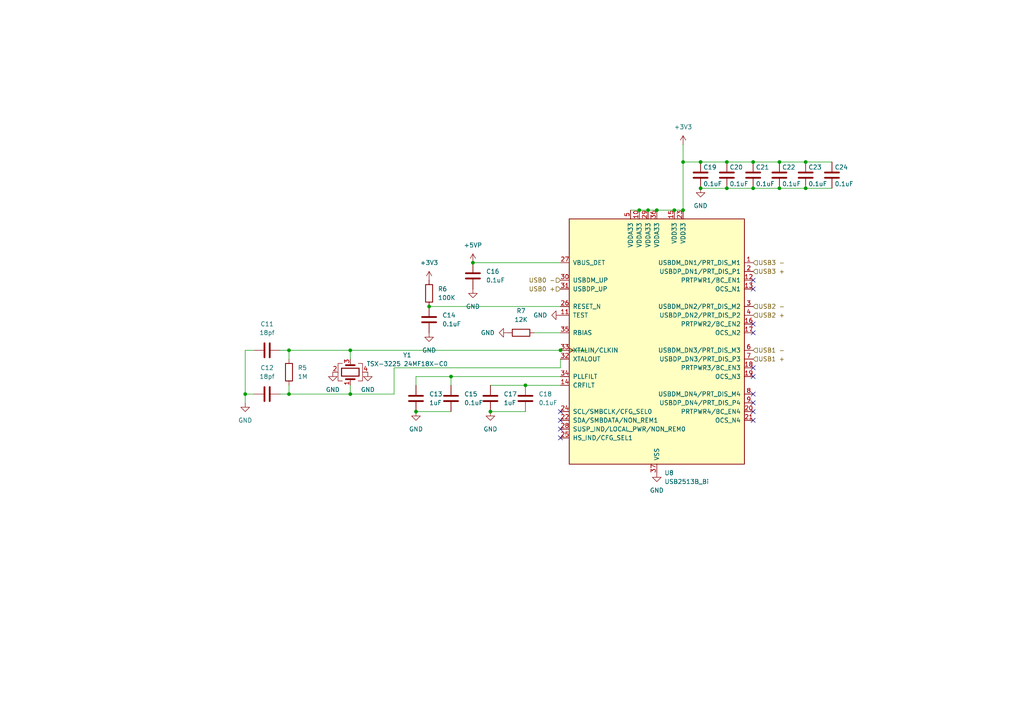
<source format=kicad_sch>
(kicad_sch (version 20250114) (generator "eeschema") (generator_version "9.0")
  (paper "A4")
  (lib_symbols
    (symbol "Device:C" (pin_numbers (hide yes)) (pin_names (offset 0.254))
      (property "Reference" "C" (at 0.635 2.54 0))
      (property "Value" "C" (at 0.635 -2.54 0))
      (symbol "C_0_1"
        (polyline (pts (xy -2.032 0.762) (xy 2.032 0.762)) (stroke (width 0.508)))
        (polyline (pts (xy -2.032 -0.762) (xy 2.032 -0.762)) (stroke (width 0.508)))
      )
      (symbol "C_1_1"
        (pin passive line (at 0 3.81 270) (length 2.794) (name "~") (number "1"))
        (pin passive line (at 0 -3.81 90) (length 2.794) (name "~") (number "2"))
      )
    )
    (symbol "Device:Crystal_GND24" (pin_names (offset 1.016) (hide yes))
      (property "Reference" "Y" (at 3.175 5.08 0))
      (property "Value" "Crystal_GND24" (at 3.175 3.175 0))
      (symbol "Crystal_GND24_0_1"
        (polyline (pts (xy -2.54 2.286) (xy -2.54 3.556) (xy 2.54 3.556) (xy 2.54 2.286)))
        (polyline (pts (xy -2.54 0) (xy -2.032 0)))
        (polyline (pts (xy -2.54 -2.286) (xy -2.54 -3.556) (xy 2.54 -3.556) (xy 2.54 -2.286)))
        (polyline (pts (xy -2.032 -1.27) (xy -2.032 1.27)) (stroke (width 0.508)))
        (rectangle (start -1.143 2.54) (end 1.143 -2.54) (stroke (width 0.3048)))
        (polyline (pts (xy 0 3.556) (xy 0 3.81)))
        (polyline (pts (xy 0 -3.81) (xy 0 -3.556)))
        (polyline (pts (xy 2.032 0) (xy 2.54 0)))
        (polyline (pts (xy 2.032 -1.27) (xy 2.032 1.27)) (stroke (width 0.508)))
      )
      (symbol "Crystal_GND24_1_1"
        (pin passive line (at -3.81 0 0) (length 1.27) (name "1") (number "1"))
        (pin passive line (at 0 5.08 270) (length 1.27) (name "2") (number "2"))
        (pin passive line (at 0 -5.08 90) (length 1.27) (name "4") (number "4"))
        (pin passive line (at 3.81 0 180) (length 1.27) (name "3") (number "3"))
      )
    )
    (symbol "Device:R" (pin_numbers (hide yes)) (pin_names (offset 0))
      (property "Reference" "R" (at 2.032 0 90))
      (property "Value" "R" (at 0 0 90))
      (symbol "R_0_1"
        (rectangle (start -1.016 -2.54) (end 1.016 2.54) (stroke (width 0.254)))
      )
      (symbol "R_1_1"
        (pin passive line (at 0 3.81 270) (length 1.27) (name "~") (number "1"))
        (pin passive line (at 0 -3.81 90) (length 1.27) (name "~") (number "2"))
      )
    )
    (symbol "Interface_USB:USB2514B_Bi" (pin_names (offset 1.016))
      (property "Reference" "U" (at -17.78 40.64 0))
      (property "Value" "USB2514B_Bi" (at -20.32 38.1 0))
      (symbol "USB2514B_Bi_0_1"
        (rectangle (start -25.4 35.56) (end 25.4 -35.56) (stroke (width 0.254)) (fill (type background)))
      )
      (symbol "USB2514B_Bi_1_1"
        (pin input line (at -27.94 22.86 0) (length 2.54) (name "VBUS_DET") (number "27"))
        (pin bidirectional line (at -27.94 17.78 0) (length 2.54) (name "USBDM_UP") (number "30"))
        (pin bidirectional line (at -27.94 15.24 0) (length 2.54) (name "USBDP_UP") (number "31"))
        (pin input line (at -27.94 10.16 0) (length 2.54) (name "RESET_N") (number "26"))
        (pin input line (at -27.94 7.62 0) (length 2.54) (name "TEST") (number "11"))
        (pin input line (at -27.94 2.54 0) (length 2.54) (name "RBIAS") (number "35"))
        (pin input clock (at -27.94 -2.54 0) (length 2.54) (name "XTALIN/CLKIN") (number "33"))
        (pin output line (at -27.94 -5.08 0) (length 2.54) (name "XTALOUT") (number "32"))
        (pin input line (at -27.94 -10.16 0) (length 2.54) (name "PLLFILT") (number "34"))
        (pin input line (at -27.94 -12.7 0) (length 2.54) (name "CRFILT") (number "14"))
        (pin bidirectional line (at -27.94 -20.32 0) (length 2.54) (name "SCL/SMBCLK/CFG_SEL0") (number "24"))
        (pin bidirectional line (at -27.94 -22.86 0) (length 2.54) (name "SDA/SMBDATA/NON_REM1") (number "22"))
        (pin bidirectional line (at -27.94 -25.4 0) (length 2.54) (name "SUSP_IND/LOCAL_PWR/NON_REM0") (number "28"))
        (pin bidirectional line (at -27.94 -27.94 0) (length 2.54) (name "HS_IND/CFG_SEL1") (number "25"))
        (pin power_in line (at -7.62 38.1 270) (length 2.54) (name "VDDA33") (number "5"))
        (pin power_in line (at -5.08 38.1 270) (length 2.54) (name "VDDA33") (number "10"))
        (pin power_in line (at -2.54 38.1 270) (length 2.54) (name "VDDA33") (number "29"))
        (pin power_in line (at 0 38.1 270) (length 2.54) (name "VDDA33") (number "36"))
        (pin power_in line (at 0 -38.1 90) (length 2.54) (name "VSS") (number "37"))
        (pin power_in line (at 5.08 38.1 270) (length 2.54) (name "VDD33") (number "15"))
        (pin power_in line (at 7.62 38.1 270) (length 2.54) (name "VDD33") (number "23"))
        (pin bidirectional line (at 27.94 22.86 180) (length 2.54) (name "USBDM_DN1/PRT_DIS_M1") (number "1"))
        (pin bidirectional line (at 27.94 20.32 180) (length 2.54) (name "USBDP_DN1/PRT_DIS_P1") (number "2"))
        (pin bidirectional line (at 27.94 17.78 180) (length 2.54) (name "PRTPWR1/BC_EN1") (number "12"))
        (pin input line (at 27.94 15.24 180) (length 2.54) (name "OCS_N1") (number "13"))
        (pin bidirectional line (at 27.94 10.16 180) (length 2.54) (name "USBDM_DN2/PRT_DIS_M2") (number "3"))
        (pin bidirectional line (at 27.94 7.62 180) (length 2.54) (name "USBDP_DN2/PRT_DIS_P2") (number "4"))
        (pin bidirectional line (at 27.94 5.08 180) (length 2.54) (name "PRTPWR2/BC_EN2") (number "16"))
        (pin input line (at 27.94 2.54 180) (length 2.54) (name "OCS_N2") (number "17"))
        (pin bidirectional line (at 27.94 -2.54 180) (length 2.54) (name "USBDM_DN3/PRT_DIS_M3") (number "6"))
        (pin bidirectional line (at 27.94 -5.08 180) (length 2.54) (name "USBDP_DN3/PRT_DIS_P3") (number "7"))
        (pin bidirectional line (at 27.94 -7.62 180) (length 2.54) (name "PRTPWR3/BC_EN3") (number "18"))
        (pin input line (at 27.94 -10.16 180) (length 2.54) (name "OCS_N3") (number "19"))
        (pin bidirectional line (at 27.94 -15.24 180) (length 2.54) (name "USBDM_DN4/PRT_DIS_M4") (number "8"))
        (pin bidirectional line (at 27.94 -17.78 180) (length 2.54) (name "USBDP_DN4/PRT_DIS_P4") (number "9"))
        (pin bidirectional line (at 27.94 -20.32 180) (length 2.54) (name "PRTPWR4/BC_EN4") (number "20"))
        (pin input line (at 27.94 -22.86 180) (length 2.54) (name "OCS_N4") (number "21"))
      )
    )
    (symbol "power:+3V3" (power) (pin_numbers (hide yes)) (pin_names (offset 0) (hide yes))
      (property "Value" "+3V3" (at 0 3.556 0))
      (symbol "+3V3_0_1"
        (polyline (pts (xy -0.762 1.27) (xy 0 2.54)))
        (polyline (pts (xy 0 2.54) (xy 0.762 1.27)))
        (polyline (pts (xy 0 0) (xy 0 2.54)))
      )
      (symbol "+3V3_1_1"
        (pin power_in line (at 0 0 90) (length 0) (name "~") (number "1"))
      )
    )
    (symbol "power:+5VP" (power) (pin_numbers (hide yes)) (pin_names (offset 0) (hide yes))
      (property "Value" "+5VP" (at 0 3.556 0))
      (symbol "+5VP_0_1"
        (polyline (pts (xy -0.762 1.27) (xy 0 2.54)))
        (polyline (pts (xy 0 2.54) (xy 0.762 1.27)))
        (polyline (pts (xy 0 0) (xy 0 2.54)))
      )
      (symbol "+5VP_1_1"
        (pin power_in line (at 0 0 90) (length 0) (name "~") (number "1"))
      )
    )
    (symbol "power:GND" (power) (pin_numbers (hide yes)) (pin_names (offset 0) (hide yes))
      (property "Value" "GND" (at 0 -3.81 0))
      (symbol "GND_0_1"
        (polyline (pts (xy 0 0) (xy 0 -1.27) (xy 1.27 -1.27) (xy 0 -2.54) (xy -1.27 -1.27) (xy 0 -1.27)))
      )
      (symbol "GND_1_1"
        (pin power_in line (at 0 0 270) (length 0) (name "~") (number "1"))
      )
    )
  )
  (junction (at 233.68 54.61))
  (junction (at 203.2 54.61))
  (junction (at 120.65 119.38))
  (junction (at 152.4 111.76))
  (junction (at 71.12 114.3))
  (junction (at 218.44 46.99))
  (junction (at 83.82 101.6))
  (junction (at 210.82 54.61))
  (junction (at 124.46 88.9))
  (junction (at 185.42 60.96))
  (junction (at 198.12 46.99))
  (junction (at 130.81 109.22))
  (junction (at 218.44 54.61))
  (junction (at 162.56 101.6))
  (junction (at 198.12 60.96))
  (junction (at 137.16 76.2))
  (junction (at 83.82 114.3))
  (junction (at 226.06 54.61))
  (junction (at 195.58 60.96))
  (junction (at 142.24 119.38))
  (junction (at 226.06 46.99))
  (junction (at 203.2 46.99))
  (junction (at 101.6 101.6))
  (junction (at 233.68 46.99))
  (junction (at 101.6 114.3))
  (junction (at 190.5 60.96))
  (junction (at 210.82 46.99))
  (junction (at 187.96 60.96))
  (no_connect (at 218.44 116.84))
  (no_connect (at 218.44 96.52))
  (no_connect (at 218.44 121.92))
  (no_connect (at 162.56 119.38))
  (no_connect (at 162.56 121.92))
  (no_connect (at 218.44 106.68))
  (no_connect (at 218.44 81.28))
  (no_connect (at 162.56 127))
  (no_connect (at 162.56 124.46))
  (no_connect (at 218.44 109.22))
  (no_connect (at 218.44 93.98))
  (no_connect (at 218.44 119.38))
  (no_connect (at 218.44 83.82))
  (no_connect (at 218.44 114.3))
  (wire (pts (xy 218.44 46.99) (xy 226.06 46.99)))
  (wire (pts (xy 142.24 111.76) (xy 152.4 111.76)))
  (wire (pts (xy 203.2 54.61) (xy 210.82 54.61)))
  (wire (pts (xy 83.82 114.3) (xy 81.28 114.3)))
  (wire (pts (xy 233.68 46.99) (xy 241.3 46.99)))
  (wire (pts (xy 101.6 101.6) (xy 101.6 104.14)))
  (wire (pts (xy 71.12 114.3) (xy 71.12 116.84)))
  (wire (pts (xy 83.82 111.76) (xy 83.82 114.3)))
  (wire (pts (xy 162.56 106.68) (xy 162.56 104.14)))
  (wire (pts (xy 120.65 119.38) (xy 130.81 119.38)))
  (wire (pts (xy 83.82 101.6) (xy 101.6 101.6)))
  (wire (pts (xy 83.82 114.3) (xy 101.6 114.3)))
  (wire (pts (xy 124.46 88.9) (xy 162.56 88.9)))
  (wire (pts (xy 81.28 101.6) (xy 83.82 101.6)))
  (wire (pts (xy 120.65 111.76) (xy 120.65 109.22)))
  (wire (pts (xy 101.6 114.3) (xy 114.3 114.3)))
  (wire (pts (xy 120.65 109.22) (xy 130.81 109.22)))
  (wire (pts (xy 210.82 54.61) (xy 218.44 54.61)))
  (wire (pts (xy 198.12 46.99) (xy 198.12 60.96)))
  (wire (pts (xy 101.6 111.76) (xy 101.6 114.3)))
  (wire (pts (xy 114.3 106.68) (xy 114.3 114.3)))
  (wire (pts (xy 195.58 60.96) (xy 198.12 60.96)))
  (wire (pts (xy 233.68 54.61) (xy 241.3 54.61)))
  (wire (pts (xy 154.94 96.52) (xy 162.56 96.52)))
  (wire (pts (xy 198.12 46.99) (xy 203.2 46.99)))
  (wire (pts (xy 203.2 46.99) (xy 210.82 46.99)))
  (wire (pts (xy 190.5 60.96) (xy 195.58 60.96)))
  (wire (pts (xy 130.81 109.22) (xy 130.81 111.76)))
  (wire (pts (xy 101.6 101.6) (xy 162.56 101.6)))
  (wire (pts (xy 218.44 54.61) (xy 226.06 54.61)))
  (wire (pts (xy 162.56 106.68) (xy 114.3 106.68)))
  (wire (pts (xy 83.82 101.6) (xy 83.82 104.14)))
  (wire (pts (xy 185.42 60.96) (xy 187.96 60.96)))
  (wire (pts (xy 162.56 109.22) (xy 130.81 109.22)))
  (wire (pts (xy 71.12 114.3) (xy 73.66 114.3)))
  (wire (pts (xy 137.16 76.2) (xy 162.56 76.2)))
  (wire (pts (xy 71.12 101.6) (xy 71.12 114.3)))
  (wire (pts (xy 226.06 46.99) (xy 233.68 46.99)))
  (wire (pts (xy 152.4 111.76) (xy 162.56 111.76)))
  (wire (pts (xy 185.42 60.96) (xy 182.88 60.96)))
  (wire (pts (xy 226.06 54.61) (xy 233.68 54.61)))
  (wire (pts (xy 210.82 46.99) (xy 218.44 46.99)))
  (wire (pts (xy 198.12 41.91) (xy 198.12 46.99)))
  (wire (pts (xy 187.96 60.96) (xy 190.5 60.96)))
  (wire (pts (xy 162.56 101.6) (xy 170.18 101.6)))
  (wire (pts (xy 142.24 119.38) (xy 152.4 119.38)))
  (wire (pts (xy 71.12 101.6) (xy 73.66 101.6)))
  (hierarchical_label "USB3 -" (shape input) (at 218.44 76.2 0))
  (hierarchical_label "USB2 -" (shape input) (at 218.44 88.9 0))
  (hierarchical_label "USB1 +" (shape input) (at 218.44 104.14 0))
  (hierarchical_label "USB0 +" (shape input) (at 162.56 83.82 180))
  (hierarchical_label "USB1 -" (shape input) (at 218.44 101.6 0))
  (hierarchical_label "USB0 -" (shape input) (at 162.56 81.28 180))
  (hierarchical_label "USB3 +" (shape input) (at 218.44 78.74 0))
  (hierarchical_label "USB2 +" (shape input) (at 218.44 91.44 0))
  (symbol (lib_id "Device:C") (at 77.47 101.6 90) (unit 1)
    (property "Reference" "C11" (at 77.47 93.98 90))
    (property "Value" "18pf" (at 77.47 96.52 90))
    (property "Footprint" "Capacitor_SMD:C_0402_1005Metric_Pad0.74x0.62mm_HandSolder" (effects (hide yes)))
    (property "Description" "Unpolarized capacitor" (effects (hide yes)))
  )
  (symbol (lib_id "Device:C") (at 130.81 115.57 0) (unit 1)
    (property "Reference" "C15" (at 134.62 114.2999 0) (effects (justify left)))
    (property "Value" "0.1uF" (at 134.62 116.8399 0) (effects (justify left)))
    (property "Footprint" "Capacitor_SMD:C_0402_1005Metric_Pad0.74x0.62mm_HandSolder" (effects (hide yes)))
    (property "Description" "Unpolarized capacitor" (effects (hide yes)))
  )
  (symbol (lib_id "Device:C") (at 226.06 50.8 0) (unit 1)
    (property "Reference" "C22" (at 226.822 48.514 0) (effects (justify left)))
    (property "Value" "0.1uF" (at 226.822 53.34 0) (effects (justify left)))
    (property "Footprint" "Capacitor_SMD:C_0402_1005Metric_Pad0.74x0.62mm_HandSolder" (effects (hide yes)))
    (property "Description" "Unpolarized capacitor" (effects (hide yes)))
  )
  (symbol (lib_id "Device:C") (at 218.44 50.8 0) (unit 1)
    (property "Reference" "C21" (at 219.202 48.514 0) (effects (justify left)))
    (property "Value" "0.1uF" (at 219.202 53.34 0) (effects (justify left)))
    (property "Footprint" "Capacitor_SMD:C_0402_1005Metric_Pad0.74x0.62mm_HandSolder" (effects (hide yes)))
    (property "Description" "Unpolarized capacitor" (effects (hide yes)))
  )
  (symbol (lib_id "power:GND") (at 137.16 83.82 0) (unit 1)
    (property "Reference" "#PWR061" (effects (hide yes)))
    (property "Value" "GND" (at 137.16 88.9 0))
    (property "Description" "Power symbol creates a global label with name \"GND\" , ground" (effects (hide yes)))
  )
  (symbol (lib_id "Device:C") (at 137.16 80.01 0) (unit 1)
    (property "Reference" "C16" (at 140.97 78.7399 0) (effects (justify left)))
    (property "Value" "0.1uF" (at 140.97 81.2799 0) (effects (justify left)))
    (property "Footprint" "Capacitor_SMD:C_0402_1005Metric_Pad0.74x0.62mm_HandSolder" (effects (hide yes)))
    (property "Description" "Unpolarized capacitor" (effects (hide yes)))
  )
  (symbol (lib_id "power:GND") (at 120.65 119.38 0) (unit 1)
    (property "Reference" "#PWR057" (effects (hide yes)))
    (property "Value" "GND" (at 120.65 124.46 0))
    (property "Description" "Power symbol creates a global label with name \"GND\" , ground" (effects (hide yes)))
  )
  (symbol (lib_id "Device:C") (at 241.3 50.8 0) (unit 1)
    (property "Reference" "C24" (at 242.062 48.514 0) (effects (justify left)))
    (property "Value" "0.1uF" (at 242.062 53.34 0) (effects (justify left)))
    (property "Footprint" "Capacitor_SMD:C_0402_1005Metric_Pad0.74x0.62mm_HandSolder" (effects (hide yes)))
    (property "Description" "Unpolarized capacitor" (effects (hide yes)))
  )
  (symbol (lib_id "power:GND") (at 71.12 116.84 0) (unit 1)
    (property "Reference" "#PWR054" (effects (hide yes)))
    (property "Value" "GND" (at 71.12 121.92 0))
    (property "Description" "Power symbol creates a global label with name \"GND\" , ground" (effects (hide yes)))
  )
  (symbol (lib_id "power:GND") (at 106.68 107.95 0) (unit 1)
    (property "Reference" "#PWR056" (effects (hide yes)))
    (property "Value" "GND" (at 106.68 113.03 0))
    (property "Description" "Power symbol creates a global label with name \"GND\" , ground" (effects (hide yes)))
  )
  (symbol (lib_id "power:GND") (at 124.46 96.52 0) (unit 1)
    (property "Reference" "#PWR059" (effects (hide yes)))
    (property "Value" "GND" (at 124.46 101.6 0))
    (property "Description" "Power symbol creates a global label with name \"GND\" , ground" (effects (hide yes)))
  )
  (symbol (lib_id "Device:R") (at 83.82 107.95 180) (unit 1)
    (property "Reference" "R5" (at 86.36 106.6799 0) (effects (justify right)))
    (property "Value" "1M" (at 86.36 109.2199 0) (effects (justify right)))
    (property "Footprint" "Resistor_SMD:R_0402_1005Metric_Pad0.72x0.64mm_HandSolder" (effects (hide yes)))
    (property "Description" "Resistor" (effects (hide yes)))
  )
  (symbol (lib_id "power:GND") (at 162.56 91.44 270) (unit 1)
    (property "Reference" "#PWR064" (effects (hide yes)))
    (property "Value" "GND" (at 158.75 91.4399 90) (effects (justify right)))
    (property "Description" "Power symbol creates a global label with name \"GND\" , ground" (effects (hide yes)))
  )
  (symbol (lib_id "power:GND") (at 203.2 54.61 0) (unit 1)
    (property "Reference" "#PWR067" (effects (hide yes)))
    (property "Value" "GND" (at 203.2 59.69 0))
    (property "Description" "Power symbol creates a global label with name \"GND\" , ground" (effects (hide yes)))
  )
  (symbol (lib_id "Device:C") (at 203.2 50.8 0) (unit 1)
    (property "Reference" "C19" (at 203.962 48.514 0) (effects (justify left)))
    (property "Value" "0.1uF" (at 203.962 53.34 0) (effects (justify left)))
    (property "Footprint" "Capacitor_SMD:C_0402_1005Metric_Pad0.74x0.62mm_HandSolder" (effects (hide yes)))
    (property "Description" "Unpolarized capacitor" (effects (hide yes)))
  )
  (symbol (lib_id "power:GND") (at 96.52 107.95 0) (unit 1)
    (property "Reference" "#PWR055" (effects (hide yes)))
    (property "Value" "GND" (at 96.52 113.03 0))
    (property "Description" "Power symbol creates a global label with name \"GND\" , ground" (effects (hide yes)))
  )
  (symbol (lib_id "power:GND") (at 147.32 96.52 270) (unit 1)
    (property "Reference" "#PWR063" (effects (hide yes)))
    (property "Value" "GND" (at 143.51 96.5199 90) (effects (justify right)))
    (property "Description" "Power symbol creates a global label with name \"GND\" , ground" (effects (hide yes)))
  )
  (symbol (lib_id "Device:Crystal_GND24") (at 101.6 107.95 90) (unit 1)
    (property "Reference" "Y1" (at 118.11 102.9968 90))
    (property "Value" "TSX-3225 24MF18X-C0" (at 118.11 105.5368 90))
    (property "Footprint" "Crystal:Crystal_SMD_SeikoEpson_TSX3225-4Pin_3.2x2.5mm_HandSoldering" (effects (hide yes)))
    (property "Description" "Four pin crystal, GND on pins 2 and 4" (effects (hide yes)))
  )
  (symbol (lib_id "Device:C") (at 233.68 50.8 0) (unit 1)
    (property "Reference" "C23" (at 234.442 48.514 0) (effects (justify left)))
    (property "Value" "0.1uF" (at 234.442 53.34 0) (effects (justify left)))
    (property "Footprint" "Capacitor_SMD:C_0402_1005Metric_Pad0.74x0.62mm_HandSolder" (effects (hide yes)))
    (property "Description" "Unpolarized capacitor" (effects (hide yes)))
  )
  (symbol (lib_id "Device:R") (at 124.46 85.09 180) (unit 1)
    (property "Reference" "R6" (at 127 83.8199 0) (effects (justify right)))
    (property "Value" "100K" (at 127 86.3599 0) (effects (justify right)))
    (property "Footprint" "Resistor_SMD:R_0402_1005Metric_Pad0.72x0.64mm_HandSolder" (effects (hide yes)))
    (property "Description" "Resistor" (effects (hide yes)))
  )
  (symbol (lib_id "Device:R") (at 151.13 96.52 90) (unit 1)
    (property "Reference" "R7" (at 151.13 90.17 90))
    (property "Value" "12K" (at 151.13 92.71 90))
    (property "Footprint" "Resistor_SMD:R_0402_1005Metric_Pad0.72x0.64mm_HandSolder" (effects (hide yes)))
    (property "Description" "Resistor" (effects (hide yes)))
  )
  (symbol (lib_id "Device:C") (at 77.47 114.3 90) (unit 1)
    (property "Reference" "C12" (at 77.47 106.68 90))
    (property "Value" "18pf" (at 77.47 109.22 90))
    (property "Footprint" "Capacitor_SMD:C_0402_1005Metric_Pad0.74x0.62mm_HandSolder" (effects (hide yes)))
    (property "Description" "Unpolarized capacitor" (effects (hide yes)))
  )
  (symbol (lib_id "Device:C") (at 142.24 115.57 0) (unit 1)
    (property "Reference" "C17" (at 146.05 114.2999 0) (effects (justify left)))
    (property "Value" "1uF" (at 146.05 116.8399 0) (effects (justify left)))
    (property "Footprint" "Capacitor_SMD:C_0402_1005Metric_Pad0.74x0.62mm_HandSolder" (effects (hide yes)))
    (property "Description" "Unpolarized capacitor" (effects (hide yes)))
  )
  (symbol (lib_id "Interface_USB:USB2514B_Bi") (at 190.5 99.06 0) (unit 1)
    (property "Reference" "U8" (at 192.6941 137.16 0) (effects (justify left)))
    (property "Value" "USB2513B_Bi" (at 192.6941 139.7 0) (effects (justify left)))
    (property "Footprint" "Package_DFN_QFN:QFN-36-1EP_6x6mm_P0.5mm_EP3.7x3.7mm" (effects (hide yes)))
    (property "Datasheet" "http://ww1.microchip.com/downloads/en/DeviceDoc/00001692C.pdf" (effects (hide yes)))
    (property "Description" "USB 2.0 Hi-Speed Hub Controller" (effects (hide yes)))
  )
  (symbol (lib_id "power:+3V3") (at 198.12 41.91 0) (unit 1)
    (property "Reference" "#PWR066" (effects (hide yes)))
    (property "Value" "+3V3" (at 198.12 36.83 0))
    (property "Description" "Power symbol creates a global label with name \"+3V3\"" (effects (hide yes)))
  )
  (symbol (lib_id "Device:C") (at 210.82 50.8 0) (unit 1)
    (property "Reference" "C20" (at 211.582 48.514 0) (effects (justify left)))
    (property "Value" "0.1uF" (at 211.582 53.34 0) (effects (justify left)))
    (property "Footprint" "Capacitor_SMD:C_0402_1005Metric_Pad0.74x0.62mm_HandSolder" (effects (hide yes)))
    (property "Description" "Unpolarized capacitor" (effects (hide yes)))
  )
  (symbol (lib_id "power:+3V3") (at 124.46 81.28 0) (unit 1)
    (property "Reference" "#PWR058" (effects (hide yes)))
    (property "Value" "+3V3" (at 124.46 76.2 0))
    (property "Description" "Power symbol creates a global label with name \"+3V3\"" (effects (hide yes)))
  )
  (symbol (lib_id "power:+5VP") (at 137.16 76.2 0) (unit 1)
    (property "Reference" "#PWR060" (effects (hide yes)))
    (property "Value" "+5VP" (at 137.16 71.12 0))
    (property "Description" "Power symbol creates a global label with name \"+5VP\"" (effects (hide yes)))
  )
  (symbol (lib_id "Device:C") (at 120.65 115.57 0) (unit 1)
    (property "Reference" "C13" (at 124.46 114.2999 0) (effects (justify left)))
    (property "Value" "1uF" (at 124.46 116.8399 0) (effects (justify left)))
    (property "Footprint" "Capacitor_SMD:C_0402_1005Metric_Pad0.74x0.62mm_HandSolder" (effects (hide yes)))
    (property "Description" "Unpolarized capacitor" (effects (hide yes)))
  )
  (symbol (lib_id "power:GND") (at 190.5 137.16 0) (unit 1)
    (property "Reference" "#PWR065" (effects (hide yes)))
    (property "Value" "GND" (at 190.5 142.24 0))
    (property "Description" "Power symbol creates a global label with name \"GND\" , ground" (effects (hide yes)))
  )
  (symbol (lib_id "power:GND") (at 142.24 119.38 0) (unit 1)
    (property "Reference" "#PWR062" (effects (hide yes)))
    (property "Value" "GND" (at 142.24 124.46 0))
    (property "Description" "Power symbol creates a global label with name \"GND\" , ground" (effects (hide yes)))
  )
  (symbol (lib_id "Device:C") (at 124.46 92.71 0) (unit 1)
    (property "Reference" "C14" (at 128.27 91.4399 0) (effects (justify left)))
    (property "Value" "0.1uF" (at 128.27 93.9799 0) (effects (justify left)))
    (property "Footprint" "Capacitor_SMD:C_0402_1005Metric_Pad0.74x0.62mm_HandSolder" (effects (hide yes)))
    (property "Description" "Unpolarized capacitor" (effects (hide yes)))
  )
  (symbol (lib_id "Device:C") (at 152.4 115.57 0) (unit 1)
    (property "Reference" "C18" (at 156.21 114.2999 0) (effects (justify left)))
    (property "Value" "0.1uF" (at 156.21 116.8399 0) (effects (justify left)))
    (property "Footprint" "Capacitor_SMD:C_0402_1005Metric_Pad0.74x0.62mm_HandSolder" (effects (hide yes)))
    (property "Description" "Unpolarized capacitor" (effects (hide yes)))
  )
)
</source>
